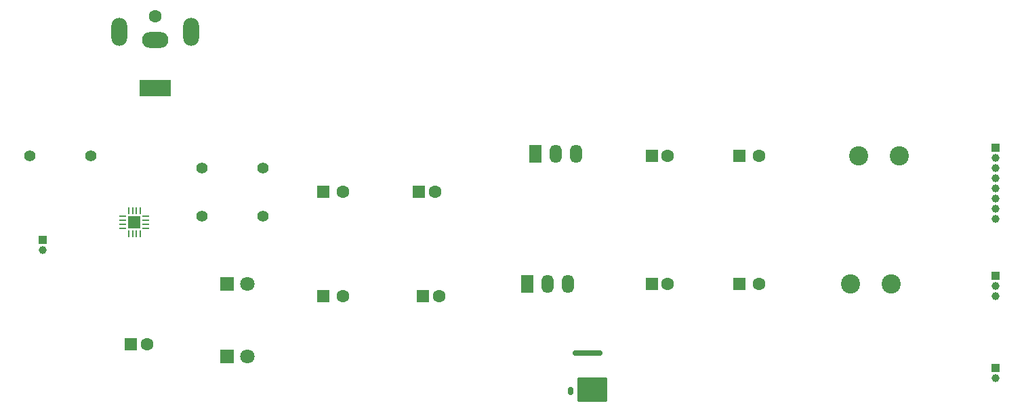
<source format=gbr>
%TF.GenerationSoftware,KiCad,Pcbnew,9.0.6*%
%TF.CreationDate,2026-01-17T19:33:41-06:00*%
%TF.ProjectId,MobileArkhamAsylum,4d6f6269-6c65-4417-926b-68616d417379,rev?*%
%TF.SameCoordinates,Original*%
%TF.FileFunction,Soldermask,Top*%
%TF.FilePolarity,Negative*%
%FSLAX46Y46*%
G04 Gerber Fmt 4.6, Leading zero omitted, Abs format (unit mm)*
G04 Created by KiCad (PCBNEW 9.0.6) date 2026-01-17 19:33:41*
%MOMM*%
%LPD*%
G01*
G04 APERTURE LIST*
G04 Aperture macros list*
%AMRoundRect*
0 Rectangle with rounded corners*
0 $1 Rounding radius*
0 $2 $3 $4 $5 $6 $7 $8 $9 X,Y pos of 4 corners*
0 Add a 4 corners polygon primitive as box body*
4,1,4,$2,$3,$4,$5,$6,$7,$8,$9,$2,$3,0*
0 Add four circle primitives for the rounded corners*
1,1,$1+$1,$2,$3*
1,1,$1+$1,$4,$5*
1,1,$1+$1,$6,$7*
1,1,$1+$1,$8,$9*
0 Add four rect primitives between the rounded corners*
20,1,$1+$1,$2,$3,$4,$5,0*
20,1,$1+$1,$4,$5,$6,$7,0*
20,1,$1+$1,$6,$7,$8,$9,0*
20,1,$1+$1,$8,$9,$2,$3,0*%
G04 Aperture macros list end*
%ADD10C,1.600000*%
%ADD11R,4.000000X2.000000*%
%ADD12O,3.300000X2.000000*%
%ADD13O,2.000000X3.500000*%
%ADD14R,1.600000X1.600000*%
%ADD15RoundRect,0.062500X-0.062500X-0.375000X0.062500X-0.375000X0.062500X0.375000X-0.062500X0.375000X0*%
%ADD16RoundRect,0.062500X-0.375000X-0.062500X0.375000X-0.062500X0.375000X0.062500X-0.375000X0.062500X0*%
%ADD17C,1.000000*%
%ADD18R,1.000000X1.000000*%
%ADD19C,1.400000*%
%ADD20RoundRect,0.250000X-0.550000X-0.550000X0.550000X-0.550000X0.550000X0.550000X-0.550000X0.550000X0*%
%ADD21C,2.400000*%
%ADD22RoundRect,0.250000X-1.630000X-1.285000X1.630000X-1.285000X1.630000X1.285000X-1.630000X1.285000X0*%
%ADD23RoundRect,0.150000X-0.150000X-0.350000X0.150000X-0.350000X0.150000X0.350000X-0.150000X0.350000X0*%
%ADD24RoundRect,0.150000X-1.730000X-0.150000X1.730000X-0.150000X1.730000X0.150000X-1.730000X0.150000X0*%
%ADD25R,1.500000X2.300000*%
%ADD26O,1.500000X2.300000*%
%ADD27R,1.800000X1.800000*%
%ADD28C,1.800000*%
G04 APERTURE END LIST*
D10*
%TO.C,J5*%
X111500000Y-75000000D03*
D11*
X111500000Y-84000000D03*
D12*
X111500000Y-78000000D03*
D13*
X116000000Y-77000000D03*
X107000000Y-77000000D03*
%TD*%
D14*
%TO.C,U2*%
X108937500Y-100750000D03*
D15*
X108187500Y-99312500D03*
X108687500Y-99312500D03*
X109187500Y-99312500D03*
X109687500Y-99312500D03*
D16*
X110375000Y-100000000D03*
X110375000Y-100500000D03*
X110375000Y-101000000D03*
X110375000Y-101500000D03*
D15*
X109687500Y-102187500D03*
X109187500Y-102187500D03*
X108687500Y-102187500D03*
X108187500Y-102187500D03*
D16*
X107500000Y-101500000D03*
X107500000Y-101000000D03*
X107500000Y-100500000D03*
X107500000Y-100000000D03*
%TD*%
D17*
%TO.C,J2*%
X97500000Y-104270000D03*
D18*
X97500000Y-103000000D03*
%TD*%
D19*
%TO.C,R1*%
X103500000Y-92500000D03*
X95880000Y-92500000D03*
%TD*%
%TO.C,R3*%
X125000000Y-94000000D03*
X117380000Y-94000000D03*
%TD*%
D10*
%TO.C,C1*%
X110500000Y-116000000D03*
D20*
X108500000Y-116000000D03*
%TD*%
%TO.C,C7*%
X184500000Y-92500000D03*
D10*
X187000000Y-92500000D03*
%TD*%
D21*
%TO.C,R5*%
X199420000Y-92500000D03*
X204500000Y-92500000D03*
%TD*%
%TO.C,R4*%
X203500000Y-108500000D03*
X198420000Y-108500000D03*
%TD*%
D22*
%TO.C,Q1*%
X166110000Y-121717500D03*
D23*
X163430000Y-121857500D03*
D24*
X165560000Y-117137500D03*
%TD*%
D18*
%TO.C,J4*%
X216500000Y-119000000D03*
D17*
X216500000Y-120270000D03*
%TD*%
D18*
%TO.C,J3*%
X216500000Y-91420000D03*
D17*
X216500000Y-92690000D03*
X216500000Y-93960000D03*
X216500000Y-95230000D03*
X216500000Y-96500000D03*
X216500000Y-97770000D03*
X216500000Y-99040000D03*
X216500000Y-100310000D03*
%TD*%
D18*
%TO.C,J1*%
X216500000Y-107500000D03*
D17*
X216500000Y-108770000D03*
X216500000Y-110040000D03*
%TD*%
D20*
%TO.C,C5*%
X145000000Y-110000000D03*
D10*
X147000000Y-110000000D03*
%TD*%
D20*
%TO.C,C3*%
X173544888Y-92500000D03*
D10*
X175544888Y-92500000D03*
%TD*%
D20*
%TO.C,C2*%
X144500000Y-97000000D03*
D10*
X146500000Y-97000000D03*
%TD*%
D20*
%TO.C,C8*%
X132500000Y-110000000D03*
D10*
X135000000Y-110000000D03*
%TD*%
D25*
%TO.C,U3*%
X158000000Y-108500000D03*
D26*
X160540000Y-108500000D03*
X163080000Y-108500000D03*
%TD*%
D20*
%TO.C,C4*%
X173544888Y-108500000D03*
D10*
X175544888Y-108500000D03*
%TD*%
D20*
%TO.C,C9*%
X184500000Y-108500000D03*
D10*
X187000000Y-108500000D03*
%TD*%
D27*
%TO.C,D1*%
X120460000Y-117500000D03*
D28*
X123000000Y-117500000D03*
%TD*%
D25*
%TO.C,U1*%
X159052500Y-92207500D03*
D26*
X161592500Y-92207500D03*
X164132500Y-92207500D03*
%TD*%
D19*
%TO.C,R2*%
X117380000Y-100000000D03*
X125000000Y-100000000D03*
%TD*%
D20*
%TO.C,C6*%
X132500000Y-97000000D03*
D10*
X135000000Y-97000000D03*
%TD*%
D27*
%TO.C,D2*%
X120460000Y-108500000D03*
D28*
X123000000Y-108500000D03*
%TD*%
M02*

</source>
